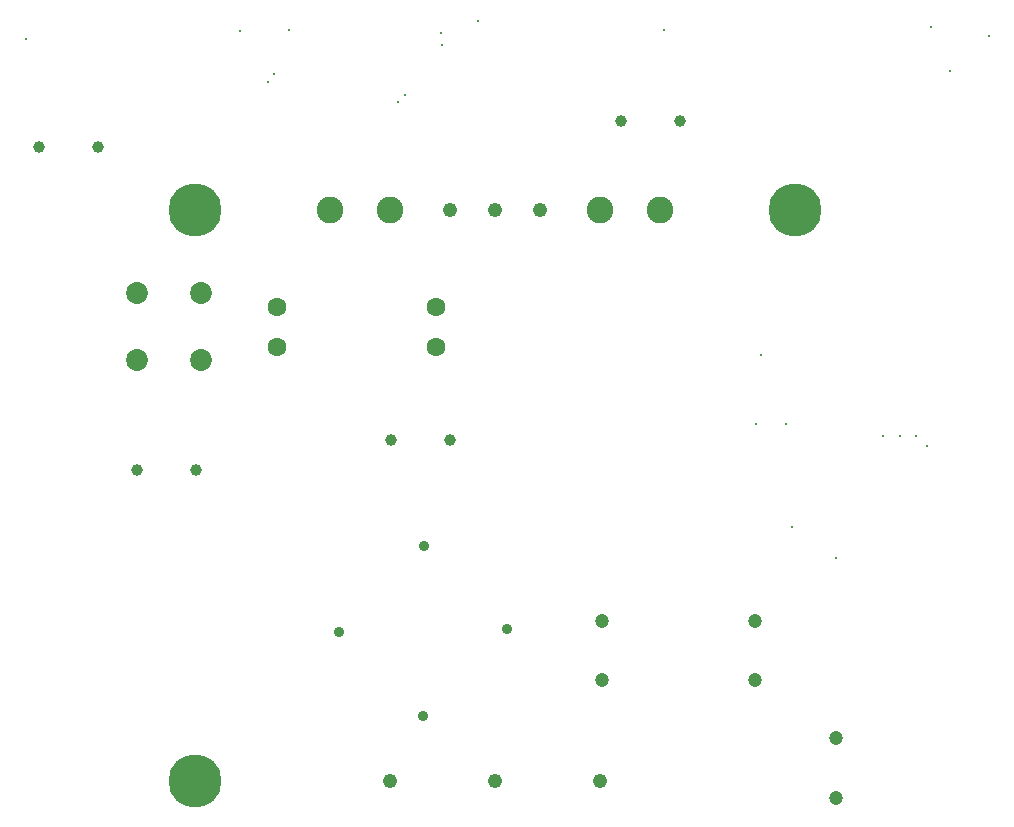
<source format=gbr>
%TF.GenerationSoftware,KiCad,Pcbnew,9.0.0*%
%TF.CreationDate,2025-03-29T15:41:43+01:00*%
%TF.ProjectId,TDK_DCDC_pcb,54444b5f-4443-4444-935f-7063622e6b69,rev?*%
%TF.SameCoordinates,Original*%
%TF.FileFunction,Plated,1,2,PTH,Drill*%
%TF.FilePolarity,Positive*%
%FSLAX46Y46*%
G04 Gerber Fmt 4.6, Leading zero omitted, Abs format (unit mm)*
G04 Created by KiCad (PCBNEW 9.0.0) date 2025-03-29 15:41:43*
%MOMM*%
%LPD*%
G01*
G04 APERTURE LIST*
%TA.AperFunction,ViaDrill*%
%ADD10C,0.300000*%
%TD*%
%TA.AperFunction,ComponentDrill*%
%ADD11C,0.900000*%
%TD*%
%TA.AperFunction,ComponentDrill*%
%ADD12C,1.000000*%
%TD*%
%TA.AperFunction,ComponentDrill*%
%ADD13C,1.200000*%
%TD*%
%TA.AperFunction,ComponentDrill*%
%ADD14C,1.244600*%
%TD*%
%TA.AperFunction,ComponentDrill*%
%ADD15C,1.600000*%
%TD*%
%TA.AperFunction,ComponentDrill*%
%ADD16C,1.854200*%
%TD*%
%TA.AperFunction,ComponentDrill*%
%ADD17C,2.260600*%
%TD*%
%TA.AperFunction,ComponentDrill*%
%ADD18C,4.500000*%
%TD*%
G04 APERTURE END LIST*
D10*
X104250000Y-63500000D03*
X122337500Y-62837500D03*
X124750000Y-67184177D03*
X125257911Y-66492089D03*
X126540000Y-62750000D03*
X135750000Y-68878640D03*
X136350000Y-68250000D03*
X139400000Y-63000000D03*
X139500000Y-64000000D03*
X142500000Y-62000000D03*
X158250000Y-62750000D03*
X166045104Y-96154410D03*
X166500000Y-90250000D03*
X168638212Y-96146998D03*
X169131211Y-104859994D03*
X172873966Y-107462335D03*
X176826325Y-97139070D03*
X178290859Y-97132087D03*
X179639070Y-97139070D03*
X180500000Y-98000000D03*
X180910000Y-62516000D03*
X182500000Y-66250000D03*
X185750000Y-63250000D03*
D11*
%TO.C,C3*%
X130766058Y-113762876D03*
X137837126Y-120833944D03*
%TO.C,C2*%
X137928932Y-106428932D03*
X145000000Y-113500000D03*
D12*
%TO.C,C10*%
X105367678Y-72700000D03*
X110367678Y-72700000D03*
%TO.C,C11*%
X113632323Y-100000000D03*
X118632323Y-100000000D03*
%TO.C,C9*%
X135132323Y-97500000D03*
X140132323Y-97500000D03*
%TO.C,C8*%
X154604323Y-70485000D03*
X159604323Y-70485000D03*
D13*
%TO.C,C1*%
X153000000Y-112823959D03*
X153000000Y-117823959D03*
%TO.C,C6*%
X166000000Y-112823959D03*
X166000000Y-117823959D03*
%TO.C,D1*%
X172805000Y-122710000D03*
X172805000Y-127789999D03*
D14*
%TO.C,U1*%
X135100000Y-126320000D03*
X140180000Y-78020000D03*
X143990000Y-78020000D03*
X143990000Y-126320000D03*
X147800000Y-78020000D03*
X152880000Y-126320000D03*
D15*
%TO.C,F2*%
X125480000Y-86189177D03*
X125480000Y-89589177D03*
X138950000Y-86189177D03*
X138950000Y-89589177D03*
D16*
%TO.C,LV_out1*%
X113613551Y-85000776D03*
X113613551Y-90700779D03*
X119113550Y-85000775D03*
X119113551Y-90700779D03*
D17*
%TO.C,U1*%
X130020000Y-78020000D03*
X135100000Y-78020000D03*
X152880000Y-78020000D03*
X157960000Y-78020000D03*
D18*
%TO.C,U6*%
X118590000Y-78030000D03*
%TO.C,U7*%
X118590000Y-126330000D03*
%TO.C,U5*%
X169390000Y-78030000D03*
M02*

</source>
